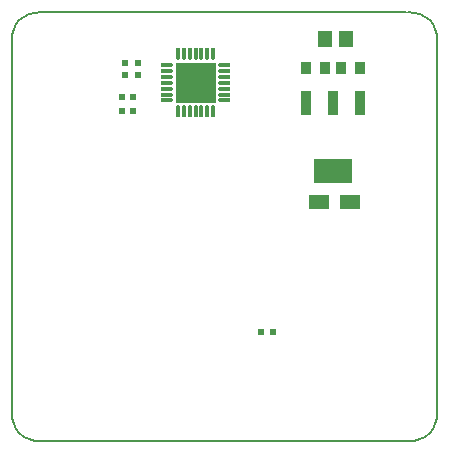
<source format=gbr>
G04 PROTEUS RS274X GERBER FILE*
%FSLAX45Y45*%
%MOMM*%
G01*
%AMPPAD034*
4,1,23,
-0.500000,-0.150000,
0.350000,-0.150000,
0.365590,-0.149240,
0.380670,-0.147020,
0.409030,-0.138430,
0.434540,-0.124790,
0.456640,-0.106640,
0.474790,-0.084540,
0.488430,-0.059030,
0.497020,-0.030670,
0.499240,-0.015590,
0.500000,0.000000,
0.499240,0.015590,
0.497020,0.030670,
0.488430,0.059030,
0.474790,0.084540,
0.456640,0.106640,
0.434540,0.124790,
0.409030,0.138430,
0.380670,0.147020,
0.365590,0.149240,
0.350000,0.150000,
-0.500000,0.150000,
-0.500000,-0.150000,
0*%
%ADD40PPAD034*%
%AMPPAD035*
4,1,23,
-0.150000,0.500000,
-0.150000,-0.350000,
-0.149240,-0.365590,
-0.147020,-0.380670,
-0.138430,-0.409030,
-0.124790,-0.434540,
-0.106640,-0.456640,
-0.084540,-0.474790,
-0.059030,-0.488430,
-0.030670,-0.497020,
-0.015590,-0.499240,
0.000000,-0.500000,
0.015590,-0.499240,
0.030670,-0.497020,
0.059030,-0.488430,
0.084540,-0.474790,
0.106640,-0.456640,
0.124790,-0.434540,
0.138430,-0.409030,
0.147020,-0.380670,
0.149240,-0.365590,
0.150000,-0.350000,
0.150000,0.500000,
-0.150000,0.500000,
0*%
%ADD41PPAD035*%
%AMPPAD036*
4,1,23,
0.500000,0.150000,
-0.350000,0.150000,
-0.365590,0.149240,
-0.380670,0.147020,
-0.409030,0.138430,
-0.434540,0.124790,
-0.456640,0.106640,
-0.474790,0.084540,
-0.488430,0.059030,
-0.497020,0.030670,
-0.499240,0.015590,
-0.500000,0.000000,
-0.499240,-0.015590,
-0.497020,-0.030670,
-0.488430,-0.059030,
-0.474790,-0.084540,
-0.456640,-0.106640,
-0.434540,-0.124790,
-0.409030,-0.138430,
-0.380670,-0.147020,
-0.365590,-0.149240,
-0.350000,-0.150000,
0.500000,-0.150000,
0.500000,0.150000,
0*%
%ADD42PPAD036*%
%AMPPAD037*
4,1,23,
0.150000,-0.500000,
0.150000,0.350000,
0.149240,0.365590,
0.147020,0.380670,
0.138430,0.409030,
0.124790,0.434540,
0.106640,0.456640,
0.084540,0.474790,
0.059030,0.488430,
0.030670,0.497020,
0.015590,0.499240,
0.000000,0.500000,
-0.015590,0.499240,
-0.030670,0.497020,
-0.059030,0.488430,
-0.084540,0.474790,
-0.106640,0.456640,
-0.124790,0.434540,
-0.138430,0.409030,
-0.147020,0.380670,
-0.149240,0.365590,
-0.150000,0.350000,
-0.150000,-0.500000,
0.150000,-0.500000,
0*%
%ADD43PPAD037*%
%ADD44R,3.350000X3.350000*%
%ADD71R,0.609600X0.609600*%
%ADD20R,0.609600X0.558800*%
%ADD45R,1.143000X1.447800*%
%ADD46R,0.939800X2.159000*%
%ADD47R,3.251200X2.159000*%
%ADD27R,0.939800X0.990600*%
%ADD48R,1.803400X1.244600*%
%ADD28R,0.558800X0.609600*%
%ADD13C,0.203200*%
D40*
X+1015623Y+2581935D03*
X+1015623Y+2631935D03*
X+1015623Y+2681935D03*
X+1015623Y+2731935D03*
X+1015623Y+2781935D03*
X+1015623Y+2831935D03*
X+1015623Y+2881935D03*
D41*
X+1105623Y+2971935D03*
X+1155623Y+2971935D03*
X+1205623Y+2971935D03*
X+1255623Y+2971935D03*
X+1305623Y+2971935D03*
X+1355623Y+2971935D03*
X+1405623Y+2971935D03*
D42*
X+1495623Y+2881935D03*
X+1495623Y+2831935D03*
X+1495623Y+2781935D03*
X+1495623Y+2731935D03*
X+1495623Y+2681935D03*
X+1495623Y+2631935D03*
X+1495623Y+2581935D03*
D43*
X+1405623Y+2491935D03*
X+1355623Y+2491935D03*
X+1305623Y+2491935D03*
X+1255623Y+2491935D03*
X+1205623Y+2491935D03*
X+1155623Y+2491935D03*
X+1105623Y+2491935D03*
D44*
X+1255623Y+2731935D03*
D71*
X+722023Y+2493035D03*
X+632023Y+2493035D03*
X+722023Y+2612931D03*
X+632023Y+2612931D03*
D20*
X+657423Y+2899435D03*
X+657423Y+2799435D03*
X+771723Y+2797835D03*
X+771723Y+2897835D03*
D45*
X+2350823Y+3098135D03*
X+2530823Y+3098135D03*
D46*
X+2190823Y+2560195D03*
X+2420823Y+2560195D03*
X+2650823Y+2560195D03*
D47*
X+2420823Y+1980195D03*
D27*
X+2350823Y+2860195D03*
X+2190823Y+2860195D03*
X+2650823Y+2860195D03*
X+2490823Y+2860195D03*
D48*
X+2560000Y+1720000D03*
X+2300000Y+1720000D03*
D28*
X+1910823Y+618135D03*
X+1810823Y+618135D03*
D13*
X-299177Y+3078135D02*
X-295100Y+3135532D01*
X-282966Y+3185752D01*
X-262922Y+3228648D01*
X-235114Y+3264072D01*
X-199689Y+3291880D01*
X-156794Y+3311924D01*
X-106574Y+3324058D01*
X-49177Y+3328135D01*
X+3050823Y+3328135D02*
X+3108220Y+3324058D01*
X+3158440Y+3311924D01*
X+3201335Y+3291880D01*
X+3236760Y+3264072D01*
X+3264568Y+3228648D01*
X+3284612Y+3185752D01*
X+3296746Y+3135532D01*
X+3300823Y+3078135D01*
X+3300823Y-51865D02*
X+3296746Y-109262D01*
X+3284612Y-159482D01*
X+3264568Y-202378D01*
X+3236760Y-237802D01*
X+3201335Y-265610D01*
X+3158440Y-285654D01*
X+3108220Y-297788D01*
X+3050823Y-301865D01*
X-49177Y-301865D02*
X-106574Y-297788D01*
X-156794Y-285654D01*
X-199689Y-265610D01*
X-235114Y-237802D01*
X-262922Y-202378D01*
X-282966Y-159482D01*
X-295100Y-109262D01*
X-299177Y-51865D01*
X-49177Y-301865D02*
X+3050823Y-301865D01*
X-299177Y-51865D02*
X-299177Y+3098135D01*
X-59177Y+3328135D02*
X+3040823Y+3328135D01*
X+3300823Y+3098135D02*
X+3300823Y-51865D01*
M02*

</source>
